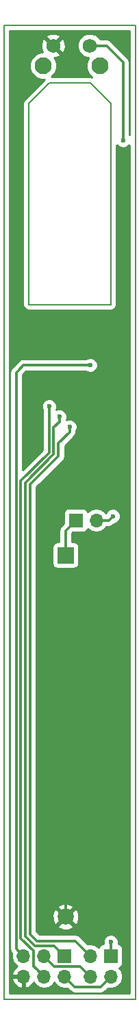
<source format=gbr>
G04 #@! TF.FileFunction,Copper,L2,Bot,Signal*
%FSLAX46Y46*%
G04 Gerber Fmt 4.6, Leading zero omitted, Abs format (unit mm)*
G04 Created by KiCad (PCBNEW 4.0.7) date 01/15/18 15:17:09*
%MOMM*%
%LPD*%
G01*
G04 APERTURE LIST*
%ADD10C,0.100000*%
%ADD11C,0.150000*%
%ADD12R,1.700000X1.700000*%
%ADD13O,1.700000X1.700000*%
%ADD14R,2.000000X2.000000*%
%ADD15C,2.000000*%
%ADD16C,2.100000*%
%ADD17C,1.750000*%
%ADD18C,0.600000*%
%ADD19C,0.304800*%
%ADD20C,0.254000*%
G04 APERTURE END LIST*
D10*
D11*
X132080000Y-30480000D02*
X132080000Y-55372000D01*
X129540000Y-27940000D02*
X132080000Y-30480000D01*
X124460000Y-27940000D02*
X129540000Y-27940000D01*
X121920000Y-30480000D02*
X124460000Y-27940000D01*
X121920000Y-30988000D02*
X121920000Y-30480000D01*
X121920000Y-31496000D02*
X121920000Y-30988000D01*
X121920000Y-48260000D02*
X121920000Y-31496000D01*
X121920000Y-55372000D02*
X121920000Y-48260000D01*
X118872000Y-141224000D02*
X118872000Y-20828000D01*
X135128000Y-20828000D02*
X135128000Y-141224000D01*
X118872000Y-20828000D02*
X135128000Y-20828000D01*
X132080000Y-55372000D02*
X121920000Y-55372000D01*
X118872000Y-141224000D02*
X134620000Y-141224000D01*
X135128000Y-141224000D02*
X134620000Y-141224000D01*
D12*
X127762000Y-82042000D03*
D13*
X130302000Y-82042000D03*
D12*
X132080000Y-135890000D03*
D13*
X132080000Y-138430000D03*
X129540000Y-135890000D03*
X129540000Y-138430000D03*
D14*
X126492000Y-86360000D03*
D15*
X126492000Y-131060000D03*
D12*
X126365000Y-135890000D03*
D13*
X126365000Y-138430000D03*
X123825000Y-135890000D03*
X123825000Y-138430000D03*
X121285000Y-135890000D03*
X121285000Y-138430000D03*
D16*
X130728000Y-25858000D03*
D17*
X129468000Y-23368000D03*
X124968000Y-23368000D03*
D16*
X123718000Y-25858000D03*
D18*
X127000000Y-60960000D03*
X120396000Y-41148000D03*
X133096000Y-41148000D03*
X125984000Y-76708000D03*
X133604000Y-80264000D03*
X133604000Y-70104000D03*
X132080000Y-134162800D03*
X124460000Y-67945000D03*
X125730000Y-69215000D03*
X127000000Y-70485000D03*
X129540000Y-62865000D03*
X132334000Y-81534000D03*
X133604000Y-35052000D03*
D19*
X126492000Y-86360000D02*
X126492000Y-83312000D01*
X126492000Y-83312000D02*
X127762000Y-82042000D01*
X127000000Y-60452000D02*
X127000000Y-60960000D01*
X120396000Y-41148000D02*
X120396000Y-40640000D01*
X133096000Y-41148000D02*
X133096000Y-40640000D01*
X125984000Y-76708000D02*
X126492000Y-76708000D01*
X126492000Y-131060000D02*
X126492000Y-129540000D01*
X133604000Y-80264000D02*
X133604000Y-80772000D01*
X133604000Y-70104000D02*
X133604000Y-69088000D01*
X132080000Y-135890000D02*
X132080000Y-134162800D01*
X124460000Y-67945000D02*
X124460000Y-73660000D01*
X122555599Y-137160599D02*
X122975001Y-137580001D01*
X124460000Y-73660000D02*
X120967810Y-77152190D01*
X120967810Y-77152190D02*
X120967810Y-133694096D01*
X120967810Y-133694096D02*
X122555599Y-135281885D01*
X122555599Y-135281885D02*
X122555599Y-137160599D01*
X122975001Y-137580001D02*
X123825000Y-138430000D01*
X126365000Y-135890000D02*
X125095000Y-134620000D01*
X125095000Y-134620000D02*
X122702374Y-134620000D01*
X121539620Y-77389041D02*
X125031810Y-73896851D01*
X122702374Y-134620000D02*
X121539620Y-133457246D01*
X121539620Y-133457246D02*
X121539620Y-77389041D01*
X125031810Y-73896851D02*
X125031810Y-70548190D01*
X125031810Y-70548190D02*
X125730000Y-69850000D01*
X125730000Y-69850000D02*
X125730000Y-69215000D01*
X127000000Y-70485000D02*
X127000000Y-71120000D01*
X127000000Y-71120000D02*
X125603620Y-72516380D01*
X125603620Y-72516380D02*
X125603620Y-74133702D01*
X125603620Y-74133702D02*
X122111430Y-77625891D01*
X122111430Y-77625891D02*
X122111430Y-133220396D01*
X122111430Y-133220396D02*
X122939224Y-134048190D01*
X122939224Y-134048190D02*
X127698190Y-134048190D01*
X127698190Y-134048190D02*
X129540000Y-135890000D01*
X120396000Y-64135000D02*
X120396000Y-63754000D01*
X129540000Y-62865000D02*
X121285000Y-62865000D01*
X121285000Y-62865000D02*
X120650000Y-63500000D01*
X120396000Y-63754000D02*
X120650000Y-63500000D01*
X121285000Y-135890000D02*
X120396000Y-135001000D01*
X120396000Y-64008000D02*
X120396000Y-64135000D01*
X120396000Y-64135000D02*
X120396000Y-135001000D01*
X130302000Y-82042000D02*
X131826000Y-82042000D01*
X131826000Y-82042000D02*
X132334000Y-81534000D01*
X126365000Y-138430000D02*
X127634401Y-139699401D01*
X127634401Y-139699401D02*
X130810599Y-139699401D01*
X130810599Y-139699401D02*
X131230001Y-139279999D01*
X131230001Y-139279999D02*
X132080000Y-138430000D01*
X129540000Y-138430000D02*
X128270000Y-137160000D01*
X128270000Y-137160000D02*
X125095000Y-137160000D01*
X125095000Y-137160000D02*
X123825000Y-135890000D01*
X131572000Y-23368000D02*
X129468000Y-23368000D01*
X133604000Y-35052000D02*
X133604000Y-25400000D01*
X133604000Y-25400000D02*
X131572000Y-23368000D01*
D20*
G36*
X134418000Y-34417000D02*
X134391400Y-34417000D01*
X134391400Y-25400000D01*
X134331463Y-25098675D01*
X134160776Y-24843224D01*
X132128776Y-22811224D01*
X131873325Y-22640537D01*
X131572000Y-22580600D01*
X130776475Y-22580600D01*
X130748862Y-22513771D01*
X130324463Y-22088630D01*
X129769675Y-21858262D01*
X129168960Y-21857738D01*
X128613771Y-22087138D01*
X128188630Y-22511537D01*
X127958262Y-23066325D01*
X127957738Y-23667040D01*
X128187138Y-24222229D01*
X128611537Y-24647370D01*
X129166325Y-24877738D01*
X129324804Y-24877876D01*
X129300360Y-24902278D01*
X129043293Y-25521362D01*
X129042708Y-26191697D01*
X129298694Y-26811229D01*
X129760524Y-27273865D01*
X129540000Y-27230000D01*
X124728635Y-27230000D01*
X125145640Y-26813722D01*
X125402707Y-26194638D01*
X125403292Y-25524303D01*
X125147306Y-24904771D01*
X125115611Y-24873021D01*
X125333458Y-24863579D01*
X125767116Y-24683953D01*
X125850455Y-24430060D01*
X124968000Y-23547605D01*
X124953858Y-23561748D01*
X124774253Y-23382143D01*
X124788395Y-23368000D01*
X125147605Y-23368000D01*
X126030060Y-24250455D01*
X126283953Y-24167116D01*
X126489590Y-23602694D01*
X126463579Y-23002542D01*
X126283953Y-22568884D01*
X126030060Y-22485545D01*
X125147605Y-23368000D01*
X124788395Y-23368000D01*
X123905940Y-22485545D01*
X123652047Y-22568884D01*
X123446410Y-23133306D01*
X123472421Y-23733458D01*
X123652047Y-24167116D01*
X123669842Y-24172957D01*
X123384303Y-24172708D01*
X122764771Y-24428694D01*
X122290360Y-24902278D01*
X122033293Y-25521362D01*
X122032708Y-26191697D01*
X122288694Y-26811229D01*
X122762278Y-27285640D01*
X123381362Y-27542707D01*
X123852791Y-27543118D01*
X121417954Y-29977954D01*
X121264046Y-30208295D01*
X121210000Y-30480000D01*
X121210000Y-55372000D01*
X121264046Y-55643705D01*
X121417954Y-55874046D01*
X121648295Y-56027954D01*
X121920000Y-56082000D01*
X132080000Y-56082000D01*
X132351705Y-56027954D01*
X132582046Y-55874046D01*
X132735954Y-55643705D01*
X132790000Y-55372000D01*
X132790000Y-35687000D01*
X132916755Y-35687000D01*
X133073673Y-35844192D01*
X133417201Y-35986838D01*
X133789167Y-35987162D01*
X134132943Y-35845117D01*
X134291336Y-35687000D01*
X134418000Y-35687000D01*
X134418000Y-140514000D01*
X119582000Y-140514000D01*
X119582000Y-138786892D01*
X119843514Y-138786892D01*
X120089817Y-139311358D01*
X120518076Y-139701645D01*
X120928110Y-139871476D01*
X121158000Y-139750155D01*
X121158000Y-138557000D01*
X119964181Y-138557000D01*
X119843514Y-138786892D01*
X119582000Y-138786892D01*
X119582000Y-63754000D01*
X119608600Y-63754000D01*
X119608600Y-135001000D01*
X119668537Y-135302325D01*
X119839224Y-135557776D01*
X119856800Y-135575352D01*
X119800000Y-135860907D01*
X119800000Y-135919093D01*
X119913039Y-136487378D01*
X120234946Y-136969147D01*
X120518101Y-137158345D01*
X120518076Y-137158355D01*
X120089817Y-137548642D01*
X119843514Y-138073108D01*
X119964181Y-138303000D01*
X121158000Y-138303000D01*
X121158000Y-138283000D01*
X121412000Y-138283000D01*
X121412000Y-138303000D01*
X121432000Y-138303000D01*
X121432000Y-138557000D01*
X121412000Y-138557000D01*
X121412000Y-139750155D01*
X121641890Y-139871476D01*
X122051924Y-139701645D01*
X122480183Y-139311358D01*
X122547298Y-139168447D01*
X122774946Y-139509147D01*
X123256715Y-139831054D01*
X123825000Y-139944093D01*
X124393285Y-139831054D01*
X124875054Y-139509147D01*
X125095000Y-139179974D01*
X125314946Y-139509147D01*
X125796715Y-139831054D01*
X126365000Y-139944093D01*
X126699087Y-139877639D01*
X127077625Y-140256177D01*
X127333076Y-140426864D01*
X127634401Y-140486801D01*
X130810599Y-140486801D01*
X131111924Y-140426864D01*
X131367375Y-140256177D01*
X131745913Y-139877639D01*
X132080000Y-139944093D01*
X132648285Y-139831054D01*
X133130054Y-139509147D01*
X133451961Y-139027378D01*
X133565000Y-138459093D01*
X133565000Y-138400907D01*
X133451961Y-137832622D01*
X133130054Y-137350853D01*
X133128821Y-137350029D01*
X133165317Y-137343162D01*
X133381441Y-137204090D01*
X133526431Y-136991890D01*
X133577440Y-136740000D01*
X133577440Y-135040000D01*
X133533162Y-134804683D01*
X133394090Y-134588559D01*
X133181890Y-134443569D01*
X132991802Y-134405075D01*
X133014838Y-134349599D01*
X133015162Y-133977633D01*
X132873117Y-133633857D01*
X132610327Y-133370608D01*
X132266799Y-133227962D01*
X131894833Y-133227638D01*
X131551057Y-133369683D01*
X131287808Y-133632473D01*
X131145162Y-133976001D01*
X131144838Y-134347967D01*
X131168078Y-134404211D01*
X130994683Y-134436838D01*
X130778559Y-134575910D01*
X130633569Y-134788110D01*
X130619914Y-134855541D01*
X130590054Y-134810853D01*
X130108285Y-134488946D01*
X129540000Y-134375907D01*
X129205913Y-134442361D01*
X128254966Y-133491414D01*
X127999515Y-133320727D01*
X127698190Y-133260790D01*
X123265376Y-133260790D01*
X122898830Y-132894244D01*
X122898830Y-132212532D01*
X125519073Y-132212532D01*
X125617736Y-132479387D01*
X126227461Y-132705908D01*
X126877460Y-132681856D01*
X127366264Y-132479387D01*
X127464927Y-132212532D01*
X126492000Y-131239605D01*
X125519073Y-132212532D01*
X122898830Y-132212532D01*
X122898830Y-130795461D01*
X124846092Y-130795461D01*
X124870144Y-131445460D01*
X125072613Y-131934264D01*
X125339468Y-132032927D01*
X126312395Y-131060000D01*
X126671605Y-131060000D01*
X127644532Y-132032927D01*
X127911387Y-131934264D01*
X128137908Y-131324539D01*
X128113856Y-130674540D01*
X127911387Y-130185736D01*
X127644532Y-130087073D01*
X126671605Y-131060000D01*
X126312395Y-131060000D01*
X125339468Y-130087073D01*
X125072613Y-130185736D01*
X124846092Y-130795461D01*
X122898830Y-130795461D01*
X122898830Y-129907468D01*
X125519073Y-129907468D01*
X126492000Y-130880395D01*
X127464927Y-129907468D01*
X127366264Y-129640613D01*
X126756539Y-129414092D01*
X126106540Y-129438144D01*
X125617736Y-129640613D01*
X125519073Y-129907468D01*
X122898830Y-129907468D01*
X122898830Y-85360000D01*
X124844560Y-85360000D01*
X124844560Y-87360000D01*
X124888838Y-87595317D01*
X125027910Y-87811441D01*
X125240110Y-87956431D01*
X125492000Y-88007440D01*
X127492000Y-88007440D01*
X127727317Y-87963162D01*
X127943441Y-87824090D01*
X128088431Y-87611890D01*
X128139440Y-87360000D01*
X128139440Y-85360000D01*
X128095162Y-85124683D01*
X127956090Y-84908559D01*
X127743890Y-84763569D01*
X127492000Y-84712560D01*
X127279400Y-84712560D01*
X127279400Y-83638152D01*
X127378112Y-83539440D01*
X128612000Y-83539440D01*
X128847317Y-83495162D01*
X129063441Y-83356090D01*
X129208431Y-83143890D01*
X129222086Y-83076459D01*
X129251946Y-83121147D01*
X129733715Y-83443054D01*
X130302000Y-83556093D01*
X130870285Y-83443054D01*
X131352054Y-83121147D01*
X131546993Y-82829400D01*
X131826000Y-82829400D01*
X132127325Y-82769463D01*
X132382776Y-82598776D01*
X132512396Y-82469156D01*
X132519167Y-82469162D01*
X132862943Y-82327117D01*
X133126192Y-82064327D01*
X133268838Y-81720799D01*
X133269162Y-81348833D01*
X133127117Y-81005057D01*
X132864327Y-80741808D01*
X132520799Y-80599162D01*
X132148833Y-80598838D01*
X131805057Y-80740883D01*
X131541808Y-81003673D01*
X131479535Y-81153642D01*
X131352054Y-80962853D01*
X130870285Y-80640946D01*
X130302000Y-80527907D01*
X129733715Y-80640946D01*
X129251946Y-80962853D01*
X129224150Y-81004452D01*
X129215162Y-80956683D01*
X129076090Y-80740559D01*
X128863890Y-80595569D01*
X128612000Y-80544560D01*
X126912000Y-80544560D01*
X126676683Y-80588838D01*
X126460559Y-80727910D01*
X126315569Y-80940110D01*
X126264560Y-81192000D01*
X126264560Y-82425888D01*
X125935224Y-82755224D01*
X125764537Y-83010675D01*
X125704600Y-83312000D01*
X125704600Y-84712560D01*
X125492000Y-84712560D01*
X125256683Y-84756838D01*
X125040559Y-84895910D01*
X124895569Y-85108110D01*
X124844560Y-85360000D01*
X122898830Y-85360000D01*
X122898830Y-77952043D01*
X126160396Y-74690478D01*
X126331083Y-74435027D01*
X126391020Y-74133702D01*
X126391020Y-72842532D01*
X127556776Y-71676776D01*
X127727463Y-71421325D01*
X127787400Y-71120000D01*
X127787400Y-71020111D01*
X127792192Y-71015327D01*
X127934838Y-70671799D01*
X127935162Y-70299833D01*
X127793117Y-69956057D01*
X127530327Y-69692808D01*
X127186799Y-69550162D01*
X126814833Y-69549838D01*
X126559570Y-69655310D01*
X126664838Y-69401799D01*
X126665162Y-69029833D01*
X126523117Y-68686057D01*
X126260327Y-68422808D01*
X125916799Y-68280162D01*
X125544833Y-68279838D01*
X125289570Y-68385310D01*
X125394838Y-68131799D01*
X125395162Y-67759833D01*
X125253117Y-67416057D01*
X124990327Y-67152808D01*
X124646799Y-67010162D01*
X124274833Y-67009838D01*
X123931057Y-67151883D01*
X123667808Y-67414673D01*
X123525162Y-67758201D01*
X123524838Y-68130167D01*
X123666883Y-68473943D01*
X123672600Y-68479670D01*
X123672600Y-73333848D01*
X121183400Y-75823048D01*
X121183400Y-64080152D01*
X121611152Y-63652400D01*
X129004889Y-63652400D01*
X129009673Y-63657192D01*
X129353201Y-63799838D01*
X129725167Y-63800162D01*
X130068943Y-63658117D01*
X130332192Y-63395327D01*
X130474838Y-63051799D01*
X130475162Y-62679833D01*
X130333117Y-62336057D01*
X130070327Y-62072808D01*
X129726799Y-61930162D01*
X129354833Y-61929838D01*
X129011057Y-62071883D01*
X129005330Y-62077600D01*
X121285000Y-62077600D01*
X120983675Y-62137537D01*
X120728224Y-62308224D01*
X119839224Y-63197224D01*
X119668537Y-63452675D01*
X119608600Y-63754000D01*
X119582000Y-63754000D01*
X119582000Y-22305940D01*
X124085545Y-22305940D01*
X124968000Y-23188395D01*
X125850455Y-22305940D01*
X125767116Y-22052047D01*
X125202694Y-21846410D01*
X124602542Y-21872421D01*
X124168884Y-22052047D01*
X124085545Y-22305940D01*
X119582000Y-22305940D01*
X119582000Y-21538000D01*
X134418000Y-21538000D01*
X134418000Y-34417000D01*
X134418000Y-34417000D01*
G37*
X134418000Y-34417000D02*
X134391400Y-34417000D01*
X134391400Y-25400000D01*
X134331463Y-25098675D01*
X134160776Y-24843224D01*
X132128776Y-22811224D01*
X131873325Y-22640537D01*
X131572000Y-22580600D01*
X130776475Y-22580600D01*
X130748862Y-22513771D01*
X130324463Y-22088630D01*
X129769675Y-21858262D01*
X129168960Y-21857738D01*
X128613771Y-22087138D01*
X128188630Y-22511537D01*
X127958262Y-23066325D01*
X127957738Y-23667040D01*
X128187138Y-24222229D01*
X128611537Y-24647370D01*
X129166325Y-24877738D01*
X129324804Y-24877876D01*
X129300360Y-24902278D01*
X129043293Y-25521362D01*
X129042708Y-26191697D01*
X129298694Y-26811229D01*
X129760524Y-27273865D01*
X129540000Y-27230000D01*
X124728635Y-27230000D01*
X125145640Y-26813722D01*
X125402707Y-26194638D01*
X125403292Y-25524303D01*
X125147306Y-24904771D01*
X125115611Y-24873021D01*
X125333458Y-24863579D01*
X125767116Y-24683953D01*
X125850455Y-24430060D01*
X124968000Y-23547605D01*
X124953858Y-23561748D01*
X124774253Y-23382143D01*
X124788395Y-23368000D01*
X125147605Y-23368000D01*
X126030060Y-24250455D01*
X126283953Y-24167116D01*
X126489590Y-23602694D01*
X126463579Y-23002542D01*
X126283953Y-22568884D01*
X126030060Y-22485545D01*
X125147605Y-23368000D01*
X124788395Y-23368000D01*
X123905940Y-22485545D01*
X123652047Y-22568884D01*
X123446410Y-23133306D01*
X123472421Y-23733458D01*
X123652047Y-24167116D01*
X123669842Y-24172957D01*
X123384303Y-24172708D01*
X122764771Y-24428694D01*
X122290360Y-24902278D01*
X122033293Y-25521362D01*
X122032708Y-26191697D01*
X122288694Y-26811229D01*
X122762278Y-27285640D01*
X123381362Y-27542707D01*
X123852791Y-27543118D01*
X121417954Y-29977954D01*
X121264046Y-30208295D01*
X121210000Y-30480000D01*
X121210000Y-55372000D01*
X121264046Y-55643705D01*
X121417954Y-55874046D01*
X121648295Y-56027954D01*
X121920000Y-56082000D01*
X132080000Y-56082000D01*
X132351705Y-56027954D01*
X132582046Y-55874046D01*
X132735954Y-55643705D01*
X132790000Y-55372000D01*
X132790000Y-35687000D01*
X132916755Y-35687000D01*
X133073673Y-35844192D01*
X133417201Y-35986838D01*
X133789167Y-35987162D01*
X134132943Y-35845117D01*
X134291336Y-35687000D01*
X134418000Y-35687000D01*
X134418000Y-140514000D01*
X119582000Y-140514000D01*
X119582000Y-138786892D01*
X119843514Y-138786892D01*
X120089817Y-139311358D01*
X120518076Y-139701645D01*
X120928110Y-139871476D01*
X121158000Y-139750155D01*
X121158000Y-138557000D01*
X119964181Y-138557000D01*
X119843514Y-138786892D01*
X119582000Y-138786892D01*
X119582000Y-63754000D01*
X119608600Y-63754000D01*
X119608600Y-135001000D01*
X119668537Y-135302325D01*
X119839224Y-135557776D01*
X119856800Y-135575352D01*
X119800000Y-135860907D01*
X119800000Y-135919093D01*
X119913039Y-136487378D01*
X120234946Y-136969147D01*
X120518101Y-137158345D01*
X120518076Y-137158355D01*
X120089817Y-137548642D01*
X119843514Y-138073108D01*
X119964181Y-138303000D01*
X121158000Y-138303000D01*
X121158000Y-138283000D01*
X121412000Y-138283000D01*
X121412000Y-138303000D01*
X121432000Y-138303000D01*
X121432000Y-138557000D01*
X121412000Y-138557000D01*
X121412000Y-139750155D01*
X121641890Y-139871476D01*
X122051924Y-139701645D01*
X122480183Y-139311358D01*
X122547298Y-139168447D01*
X122774946Y-139509147D01*
X123256715Y-139831054D01*
X123825000Y-139944093D01*
X124393285Y-139831054D01*
X124875054Y-139509147D01*
X125095000Y-139179974D01*
X125314946Y-139509147D01*
X125796715Y-139831054D01*
X126365000Y-139944093D01*
X126699087Y-139877639D01*
X127077625Y-140256177D01*
X127333076Y-140426864D01*
X127634401Y-140486801D01*
X130810599Y-140486801D01*
X131111924Y-140426864D01*
X131367375Y-140256177D01*
X131745913Y-139877639D01*
X132080000Y-139944093D01*
X132648285Y-139831054D01*
X133130054Y-139509147D01*
X133451961Y-139027378D01*
X133565000Y-138459093D01*
X133565000Y-138400907D01*
X133451961Y-137832622D01*
X133130054Y-137350853D01*
X133128821Y-137350029D01*
X133165317Y-137343162D01*
X133381441Y-137204090D01*
X133526431Y-136991890D01*
X133577440Y-136740000D01*
X133577440Y-135040000D01*
X133533162Y-134804683D01*
X133394090Y-134588559D01*
X133181890Y-134443569D01*
X132991802Y-134405075D01*
X133014838Y-134349599D01*
X133015162Y-133977633D01*
X132873117Y-133633857D01*
X132610327Y-133370608D01*
X132266799Y-133227962D01*
X131894833Y-133227638D01*
X131551057Y-133369683D01*
X131287808Y-133632473D01*
X131145162Y-133976001D01*
X131144838Y-134347967D01*
X131168078Y-134404211D01*
X130994683Y-134436838D01*
X130778559Y-134575910D01*
X130633569Y-134788110D01*
X130619914Y-134855541D01*
X130590054Y-134810853D01*
X130108285Y-134488946D01*
X129540000Y-134375907D01*
X129205913Y-134442361D01*
X128254966Y-133491414D01*
X127999515Y-133320727D01*
X127698190Y-133260790D01*
X123265376Y-133260790D01*
X122898830Y-132894244D01*
X122898830Y-132212532D01*
X125519073Y-132212532D01*
X125617736Y-132479387D01*
X126227461Y-132705908D01*
X126877460Y-132681856D01*
X127366264Y-132479387D01*
X127464927Y-132212532D01*
X126492000Y-131239605D01*
X125519073Y-132212532D01*
X122898830Y-132212532D01*
X122898830Y-130795461D01*
X124846092Y-130795461D01*
X124870144Y-131445460D01*
X125072613Y-131934264D01*
X125339468Y-132032927D01*
X126312395Y-131060000D01*
X126671605Y-131060000D01*
X127644532Y-132032927D01*
X127911387Y-131934264D01*
X128137908Y-131324539D01*
X128113856Y-130674540D01*
X127911387Y-130185736D01*
X127644532Y-130087073D01*
X126671605Y-131060000D01*
X126312395Y-131060000D01*
X125339468Y-130087073D01*
X125072613Y-130185736D01*
X124846092Y-130795461D01*
X122898830Y-130795461D01*
X122898830Y-129907468D01*
X125519073Y-129907468D01*
X126492000Y-130880395D01*
X127464927Y-129907468D01*
X127366264Y-129640613D01*
X126756539Y-129414092D01*
X126106540Y-129438144D01*
X125617736Y-129640613D01*
X125519073Y-129907468D01*
X122898830Y-129907468D01*
X122898830Y-85360000D01*
X124844560Y-85360000D01*
X124844560Y-87360000D01*
X124888838Y-87595317D01*
X125027910Y-87811441D01*
X125240110Y-87956431D01*
X125492000Y-88007440D01*
X127492000Y-88007440D01*
X127727317Y-87963162D01*
X127943441Y-87824090D01*
X128088431Y-87611890D01*
X128139440Y-87360000D01*
X128139440Y-85360000D01*
X128095162Y-85124683D01*
X127956090Y-84908559D01*
X127743890Y-84763569D01*
X127492000Y-84712560D01*
X127279400Y-84712560D01*
X127279400Y-83638152D01*
X127378112Y-83539440D01*
X128612000Y-83539440D01*
X128847317Y-83495162D01*
X129063441Y-83356090D01*
X129208431Y-83143890D01*
X129222086Y-83076459D01*
X129251946Y-83121147D01*
X129733715Y-83443054D01*
X130302000Y-83556093D01*
X130870285Y-83443054D01*
X131352054Y-83121147D01*
X131546993Y-82829400D01*
X131826000Y-82829400D01*
X132127325Y-82769463D01*
X132382776Y-82598776D01*
X132512396Y-82469156D01*
X132519167Y-82469162D01*
X132862943Y-82327117D01*
X133126192Y-82064327D01*
X133268838Y-81720799D01*
X133269162Y-81348833D01*
X133127117Y-81005057D01*
X132864327Y-80741808D01*
X132520799Y-80599162D01*
X132148833Y-80598838D01*
X131805057Y-80740883D01*
X131541808Y-81003673D01*
X131479535Y-81153642D01*
X131352054Y-80962853D01*
X130870285Y-80640946D01*
X130302000Y-80527907D01*
X129733715Y-80640946D01*
X129251946Y-80962853D01*
X129224150Y-81004452D01*
X129215162Y-80956683D01*
X129076090Y-80740559D01*
X128863890Y-80595569D01*
X128612000Y-80544560D01*
X126912000Y-80544560D01*
X126676683Y-80588838D01*
X126460559Y-80727910D01*
X126315569Y-80940110D01*
X126264560Y-81192000D01*
X126264560Y-82425888D01*
X125935224Y-82755224D01*
X125764537Y-83010675D01*
X125704600Y-83312000D01*
X125704600Y-84712560D01*
X125492000Y-84712560D01*
X125256683Y-84756838D01*
X125040559Y-84895910D01*
X124895569Y-85108110D01*
X124844560Y-85360000D01*
X122898830Y-85360000D01*
X122898830Y-77952043D01*
X126160396Y-74690478D01*
X126331083Y-74435027D01*
X126391020Y-74133702D01*
X126391020Y-72842532D01*
X127556776Y-71676776D01*
X127727463Y-71421325D01*
X127787400Y-71120000D01*
X127787400Y-71020111D01*
X127792192Y-71015327D01*
X127934838Y-70671799D01*
X127935162Y-70299833D01*
X127793117Y-69956057D01*
X127530327Y-69692808D01*
X127186799Y-69550162D01*
X126814833Y-69549838D01*
X126559570Y-69655310D01*
X126664838Y-69401799D01*
X126665162Y-69029833D01*
X126523117Y-68686057D01*
X126260327Y-68422808D01*
X125916799Y-68280162D01*
X125544833Y-68279838D01*
X125289570Y-68385310D01*
X125394838Y-68131799D01*
X125395162Y-67759833D01*
X125253117Y-67416057D01*
X124990327Y-67152808D01*
X124646799Y-67010162D01*
X124274833Y-67009838D01*
X123931057Y-67151883D01*
X123667808Y-67414673D01*
X123525162Y-67758201D01*
X123524838Y-68130167D01*
X123666883Y-68473943D01*
X123672600Y-68479670D01*
X123672600Y-73333848D01*
X121183400Y-75823048D01*
X121183400Y-64080152D01*
X121611152Y-63652400D01*
X129004889Y-63652400D01*
X129009673Y-63657192D01*
X129353201Y-63799838D01*
X129725167Y-63800162D01*
X130068943Y-63658117D01*
X130332192Y-63395327D01*
X130474838Y-63051799D01*
X130475162Y-62679833D01*
X130333117Y-62336057D01*
X130070327Y-62072808D01*
X129726799Y-61930162D01*
X129354833Y-61929838D01*
X129011057Y-62071883D01*
X129005330Y-62077600D01*
X121285000Y-62077600D01*
X120983675Y-62137537D01*
X120728224Y-62308224D01*
X119839224Y-63197224D01*
X119668537Y-63452675D01*
X119608600Y-63754000D01*
X119582000Y-63754000D01*
X119582000Y-22305940D01*
X124085545Y-22305940D01*
X124968000Y-23188395D01*
X125850455Y-22305940D01*
X125767116Y-22052047D01*
X125202694Y-21846410D01*
X124602542Y-21872421D01*
X124168884Y-22052047D01*
X124085545Y-22305940D01*
X119582000Y-22305940D01*
X119582000Y-21538000D01*
X134418000Y-21538000D01*
X134418000Y-34417000D01*
M02*

</source>
